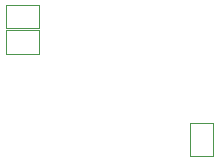
<source format=gbr>
%TF.GenerationSoftware,KiCad,Pcbnew,6.0.2+dfsg-1*%
%TF.CreationDate,2022-08-22T16:06:49-05:00*%
%TF.ProjectId,veritas,76657269-7461-4732-9e6b-696361645f70,rev?*%
%TF.SameCoordinates,Original*%
%TF.FileFunction,Legend,Bot*%
%TF.FilePolarity,Positive*%
%FSLAX46Y46*%
G04 Gerber Fmt 4.6, Leading zero omitted, Abs format (unit mm)*
G04 Created by KiCad (PCBNEW 6.0.2+dfsg-1) date 2022-08-22 16:06:49*
%MOMM*%
%LPD*%
G01*
G04 APERTURE LIST*
G04 Aperture macros list*
%AMRoundRect*
0 Rectangle with rounded corners*
0 $1 Rounding radius*
0 $2 $3 $4 $5 $6 $7 $8 $9 X,Y pos of 4 corners*
0 Add a 4 corners polygon primitive as box body*
4,1,4,$2,$3,$4,$5,$6,$7,$8,$9,$2,$3,0*
0 Add four circle primitives for the rounded corners*
1,1,$1+$1,$2,$3*
1,1,$1+$1,$4,$5*
1,1,$1+$1,$6,$7*
1,1,$1+$1,$8,$9*
0 Add four rect primitives between the rounded corners*
20,1,$1+$1,$2,$3,$4,$5,0*
20,1,$1+$1,$4,$5,$6,$7,0*
20,1,$1+$1,$6,$7,$8,$9,0*
20,1,$1+$1,$8,$9,$2,$3,0*%
%AMFreePoly0*
4,1,6,1.000000,0.000000,0.500000,-0.750000,-0.500000,-0.750000,-0.500000,0.750000,0.500000,0.750000,1.000000,0.000000,1.000000,0.000000,$1*%
%AMFreePoly1*
4,1,6,0.500000,-0.750000,-0.650000,-0.750000,-0.150000,0.000000,-0.650000,0.750000,0.500000,0.750000,0.500000,-0.750000,0.500000,-0.750000,$1*%
G04 Aperture macros list end*
%ADD10C,0.120000*%
%ADD11O,1.700000X1.700000*%
%ADD12R,1.700000X1.700000*%
%ADD13O,2.100000X4.200000*%
%ADD14O,3.600000X1.800000*%
%ADD15C,1.650000*%
%ADD16R,1.650000X1.650000*%
%ADD17C,4.800000*%
%ADD18C,1.300000*%
%ADD19O,2.100000X1.050000*%
%ADD20C,0.700000*%
%ADD21O,1.600000X1.600000*%
%ADD22R,1.600000X1.600000*%
%ADD23RoundRect,0.875000X0.875000X0.875000X-0.875000X0.875000X-0.875000X-0.875000X0.875000X-0.875000X0*%
%ADD24RoundRect,0.750000X0.750000X1.000000X-0.750000X1.000000X-0.750000X-1.000000X0.750000X-1.000000X0*%
%ADD25R,3.500000X3.500000*%
%ADD26FreePoly0,180.000000*%
%ADD27FreePoly1,180.000000*%
%ADD28FreePoly0,270.000000*%
%ADD29FreePoly1,270.000000*%
%ADD30C,0.600000*%
G04 APERTURE END LIST*
D10*
%TO.C,JP5*%
X163415000Y-112887000D02*
X163415000Y-110887000D01*
X163415000Y-110887000D02*
X160615000Y-110887000D01*
X160615000Y-112887000D02*
X163415000Y-112887000D01*
X160615000Y-110887000D02*
X160615000Y-112887000D01*
%TO.C,JP7*%
X176165000Y-121579000D02*
X178165000Y-121579000D01*
X178165000Y-118779000D02*
X176165000Y-118779000D01*
X176165000Y-118779000D02*
X176165000Y-121579000D01*
X178165000Y-121579000D02*
X178165000Y-118779000D01*
%TO.C,JP6*%
X160615000Y-110728000D02*
X163415000Y-110728000D01*
X163415000Y-108728000D02*
X160615000Y-108728000D01*
X160615000Y-108728000D02*
X160615000Y-110728000D01*
X163415000Y-110728000D02*
X163415000Y-108728000D01*
%TD*%
%LPC*%
D11*
%TO.C,J5*%
X123063000Y-70104000D03*
X120523000Y-70104000D03*
X117983000Y-70104000D03*
X115443000Y-70104000D03*
D12*
X112903000Y-70104000D03*
%TD*%
D11*
%TO.C,J10*%
X120650000Y-116967000D03*
X120650000Y-119507000D03*
D12*
X120650000Y-122047000D03*
%TD*%
D13*
%TO.C,J9*%
X113648000Y-108271000D03*
D14*
X117348000Y-112021000D03*
X117348000Y-104521000D03*
%TD*%
D11*
%TO.C,J2*%
X166497000Y-70104000D03*
X163957000Y-70104000D03*
X161417000Y-70104000D03*
X158877000Y-70104000D03*
D12*
X156337000Y-70104000D03*
%TD*%
D15*
%TO.C,J12*%
X140315000Y-127772000D03*
X142605000Y-127772000D03*
X144895000Y-127772000D03*
X147185000Y-127772000D03*
X149475000Y-127772000D03*
X151765000Y-127772000D03*
X154055000Y-127772000D03*
X156345000Y-127772000D03*
X139045000Y-125232000D03*
X141335000Y-125232000D03*
X143625000Y-125232000D03*
X145915000Y-125232000D03*
X148205000Y-125232000D03*
X150495000Y-125232000D03*
X152785000Y-125232000D03*
X155075000Y-125232000D03*
X157365000Y-125232000D03*
X138025000Y-122692000D03*
X140315000Y-122692000D03*
X142605000Y-122692000D03*
X144895000Y-122692000D03*
X147185000Y-122692000D03*
X149475000Y-122692000D03*
X151765000Y-122692000D03*
X154055000Y-122692000D03*
D16*
X156345000Y-122692000D03*
D17*
X164355000Y-125232000D03*
X131035000Y-125232000D03*
%TD*%
D18*
%TO.C,REF\u002A\u002A*%
X183134000Y-61341000D03*
%TD*%
%TO.C,REF\u002A\u002A*%
X111125000Y-63246000D03*
%TD*%
%TO.C,REF\u002A\u002A*%
X113030000Y-133096000D03*
%TD*%
D13*
%TO.C,J8*%
X113648000Y-95945000D03*
D14*
X117348000Y-92195000D03*
X117348000Y-99695000D03*
%TD*%
D19*
%TO.C,J7*%
X178816000Y-105132999D03*
X182996000Y-96492999D03*
X178816000Y-96492999D03*
X182996000Y-105132999D03*
D20*
X179346000Y-103702999D03*
X179346000Y-97922999D03*
%TD*%
D21*
%TO.C,U4*%
X164719000Y-80518000D03*
X164719000Y-83058000D03*
X164719000Y-85598000D03*
X164719000Y-88138000D03*
X164719000Y-90678000D03*
X164719000Y-93218000D03*
X164719000Y-95758000D03*
X157099000Y-95758000D03*
X157099000Y-93218000D03*
X157099000Y-90678000D03*
X157099000Y-88138000D03*
X157099000Y-85598000D03*
X157099000Y-83058000D03*
D22*
X157099000Y-80518000D03*
%TD*%
D11*
%TO.C,J4*%
X137541000Y-70104000D03*
X135001000Y-70104000D03*
X132461000Y-70104000D03*
X129921000Y-70104000D03*
D12*
X127381000Y-70104000D03*
%TD*%
D11*
%TO.C,J6*%
X120523000Y-82169000D03*
X120523000Y-84709000D03*
D12*
X120523000Y-87249000D03*
%TD*%
D11*
%TO.C,J3*%
X152019000Y-70104000D03*
X149479000Y-70104000D03*
X146939000Y-70104000D03*
X144399000Y-70104000D03*
D12*
X141859000Y-70104000D03*
%TD*%
D23*
%TO.C,J1*%
X174831000Y-62737000D03*
D24*
X177831000Y-67437000D03*
D25*
X171831000Y-67437000D03*
%TD*%
D11*
%TO.C,J11*%
X174371000Y-133604000D03*
X174371000Y-131064000D03*
X174371000Y-128524000D03*
X174371000Y-125984000D03*
X174371000Y-123444000D03*
D12*
X174371000Y-120904000D03*
%TD*%
D26*
%TO.C,JP5*%
X162740000Y-111887000D03*
D27*
X161290000Y-111887000D03*
%TD*%
D28*
%TO.C,JP7*%
X177165000Y-119454000D03*
D29*
X177165000Y-120904000D03*
%TD*%
D26*
%TO.C,JP6*%
X162740000Y-109728000D03*
D27*
X161290000Y-109728000D03*
%TD*%
D30*
X175641000Y-113284000D03*
X125626500Y-115062000D03*
X125626500Y-113514500D03*
X177673000Y-113284000D03*
X148590000Y-97536000D03*
X175373000Y-115584000D03*
X146050000Y-80645000D03*
X181864000Y-86106000D03*
X142621000Y-101219000D03*
X143645000Y-116215000D03*
X130302000Y-91313000D03*
X153490000Y-79047000D03*
X138303000Y-84201000D03*
X123444000Y-93980000D03*
X132215000Y-116215000D03*
X168047500Y-120142000D03*
X137795000Y-102923000D03*
X126111000Y-127000000D03*
X148590000Y-99060000D03*
X148590000Y-100584000D03*
X140663000Y-110924000D03*
X152019000Y-82931000D03*
X175334000Y-107495000D03*
X150749000Y-92837000D03*
X155075000Y-116215000D03*
X126111000Y-129540000D03*
X130402500Y-97917000D03*
X150749000Y-91313000D03*
X130175000Y-83312000D03*
X143002000Y-83566000D03*
X116268500Y-132524500D03*
X123444000Y-91567000D03*
X137196234Y-93810837D03*
X133731000Y-95758000D03*
X146431000Y-91313000D03*
X141358716Y-93833400D03*
X176657000Y-117475000D03*
X176391001Y-103262999D03*
X176391000Y-98364383D03*
X160606531Y-117943659D03*
X127351000Y-84612000D03*
X128651555Y-82491253D03*
X130302000Y-84836000D03*
X132969000Y-104140000D03*
X132715000Y-88913704D03*
X133350000Y-103251000D03*
X133096000Y-89789000D03*
X133858000Y-102362000D03*
X132207000Y-91059000D03*
X133350000Y-91059000D03*
X134239000Y-101346000D03*
X123825000Y-112903000D03*
X123801500Y-115062000D03*
X123317000Y-102489000D03*
X116205000Y-102489000D03*
X115443000Y-101727000D03*
X124333000Y-101727000D03*
X159639000Y-111887000D03*
X158369000Y-111887000D03*
X111760000Y-74930000D03*
X149995000Y-120025000D03*
X171958000Y-98552000D03*
X171958000Y-101346000D03*
X162740000Y-108024000D03*
X141859000Y-87503000D03*
X155194000Y-101346000D03*
X142240000Y-88392000D03*
X154305000Y-100584000D03*
X160464500Y-108267500D03*
X149098000Y-88773000D03*
X137033000Y-86741000D03*
X148463000Y-89535000D03*
X136271000Y-86995000D03*
M02*

</source>
